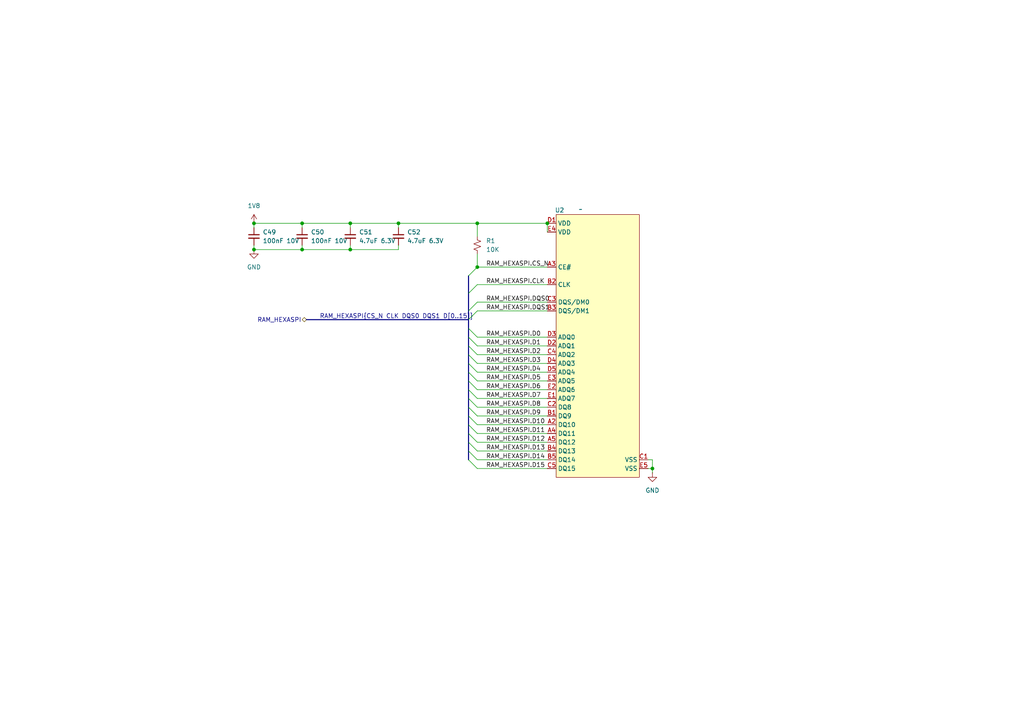
<source format=kicad_sch>
(kicad_sch (version 20250114) (generator "eeschema") (generator_version "9.0")
  (paper "A4")
  (lib_symbols
    (symbol "Device:C_Small" (pin_numbers (hide yes)) (pin_names (offset 0.254) (hide yes))
      (property "Reference" "C" (at 0.254 1.778 0))
      (property "Value" "C_Small" (at 0.254 -2.032 0))
      (symbol "C_Small_0_1"
        (polyline (pts (xy -1.524 0.508) (xy 1.524 0.508)) (stroke (width 0.3048)))
        (polyline (pts (xy -1.524 -0.508) (xy 1.524 -0.508)) (stroke (width 0.3302)))
      )
      (symbol "C_Small_1_1"
        (pin passive line (at 0 2.54 270) (length 2.032) (name "~") (number "1"))
        (pin passive line (at 0 -2.54 90) (length 2.032) (name "~") (number "2"))
      )
    )
    (symbol "Device:R_Small_US" (pin_numbers (hide yes)) (pin_names (offset 0.254) (hide yes))
      (property "Reference" "R" (at 0.762 0.508 0))
      (property "Value" "R_Small_US" (at 0.762 -1.016 0))
      (symbol "R_Small_US_1_1"
        (polyline (pts (xy 0 1.524) (xy 1.016 1.143) (xy 0 0.762) (xy -1.016 0.381) (xy 0 0)))
        (polyline (pts (xy 0 0) (xy 1.016 -0.381) (xy 0 -0.762) (xy -1.016 -1.143) (xy 0 -1.524)))
        (pin passive line (at 0 2.54 270) (length 1.016) (name "~") (number "1"))
        (pin passive line (at 0 -2.54 90) (length 1.016) (name "~") (number "2"))
      )
    )
    (symbol "power:+1V8" (power) (pin_numbers (hide yes)) (pin_names (offset 0) (hide yes))
      (property "Value" "+1V8" (at 0 3.556 0))
      (symbol "+1V8_0_1"
        (polyline (pts (xy -0.762 1.27) (xy 0 2.54)))
        (polyline (pts (xy 0 2.54) (xy 0.762 1.27)))
        (polyline (pts (xy 0 0) (xy 0 2.54)))
      )
      (symbol "+1V8_1_1"
        (pin power_in line (at 0 0 90) (length 0) (name "~") (number "1"))
      )
    )
    (symbol "power:GND" (power) (pin_numbers (hide yes)) (pin_names (offset 0) (hide yes))
      (property "Value" "GND" (at 0 -3.81 0))
      (symbol "GND_0_1"
        (polyline (pts (xy 0 0) (xy 0 -1.27) (xy 1.27 -1.27) (xy 0 -2.54) (xy -1.27 -1.27) (xy 0 -1.27)))
      )
      (symbol "GND_1_1"
        (pin power_in line (at 0 0 270) (length 0) (name "~") (number "1"))
      )
    )
    (symbol "symbol-library:APS256XXN-OBR-BG"
      (property "Reference" "U" (at 0.508 8.636 0))
      (symbol "APS256XXN-OBR-BG_0_1"
        (rectangle (start 0 7.62) (end 24.13 -68.58) (fill (type background)))
      )
      (symbol "APS256XXN-OBR-BG_1_1"
        (pin power_in line (at -2.54 5.08 0) (length 2.54) (name "VDD") (number "D1"))
        (pin power_in line (at -2.54 2.54 0) (length 2.54) (name "VDD") (number "E4"))
        (pin input line (at -2.54 -7.62 0) (length 2.54) (name "CE#") (number "A3"))
        (pin input line (at -2.54 -12.7 0) (length 2.54) (name "CLK") (number "B2"))
        (pin bidirectional line (at -2.54 -17.78 0) (length 2.54) (name "DQS/DM0") (number "C3"))
        (pin bidirectional line (at -2.54 -20.32 0) (length 2.54) (name "DQS/DM1") (number "B3"))
        (pin bidirectional line (at -2.54 -27.94 0) (length 2.54) (name "ADQ0") (number "D3"))
        (pin bidirectional line (at -2.54 -30.48 0) (length 2.54) (name "ADQ1") (number "D2"))
        (pin bidirectional line (at -2.54 -33.02 0) (length 2.54) (name "ADQ2") (number "C4"))
        (pin bidirectional line (at -2.54 -35.56 0) (length 2.54) (name "ADQ3") (number "D4"))
        (pin bidirectional line (at -2.54 -38.1 0) (length 2.54) (name "ADQ4") (number "D5"))
        (pin bidirectional line (at -2.54 -40.64 0) (length 2.54) (name "ADQ5") (number "E3"))
        (pin bidirectional line (at -2.54 -43.18 0) (length 2.54) (name "ADQ6") (number "E2"))
        (pin bidirectional line (at -2.54 -45.72 0) (length 2.54) (name "ADQ7") (number "E1"))
        (pin bidirectional line (at -2.54 -48.26 0) (length 2.54) (name "DQ8") (number "C2"))
        (pin bidirectional line (at -2.54 -50.8 0) (length 2.54) (name "DQ9") (number "B1"))
        (pin bidirectional line (at -2.54 -53.34 0) (length 2.54) (name "DQ10") (number "A2"))
        (pin bidirectional line (at -2.54 -55.88 0) (length 2.54) (name "DQ11") (number "A4"))
        (pin bidirectional line (at -2.54 -58.42 0) (length 2.54) (name "DQ12") (number "A5"))
        (pin bidirectional line (at -2.54 -60.96 0) (length 2.54) (name "DQ13") (number "B4"))
        (pin bidirectional line (at -2.54 -63.5 0) (length 2.54) (name "DQ14") (number "B5"))
        (pin bidirectional line (at -2.54 -66.04 0) (length 2.54) (name "DQ15") (number "C5"))
        (pin power_in line (at 26.67 -63.5 180) (length 2.54) (name "VSS") (number "C1"))
        (pin power_in line (at 26.67 -66.04 180) (length 2.54) (name "VSS") (number "E5"))
      )
    )
  )
  (junction (at 87.63 64.77))
  (junction (at 101.6 72.39))
  (junction (at 158.75 64.77))
  (junction (at 138.43 77.47))
  (junction (at 87.63 72.39))
  (junction (at 189.23 135.89))
  (junction (at 101.6 64.77))
  (junction (at 73.66 72.39))
  (junction (at 115.57 64.77))
  (junction (at 138.43 64.77))
  (junction (at 73.66 64.77))
  (bus_entry (at 135.89 118.11) (size 2.54 2.54))
  (bus_entry (at 135.89 110.49) (size 2.54 2.54))
  (bus_entry (at 135.89 120.65) (size 2.54 2.54))
  (bus_entry (at 135.89 97.79) (size 2.54 2.54))
  (bus_entry (at 135.89 102.87) (size 2.54 2.54))
  (bus_entry (at 135.89 100.33) (size 2.54 2.54))
  (bus_entry (at 135.89 133.35) (size 2.54 2.54))
  (bus_entry (at 135.89 105.41) (size 2.54 2.54))
  (bus_entry (at 135.89 95.25) (size 2.54 2.54))
  (bus_entry (at 135.89 92.71) (size 2.54 -2.54))
  (bus_entry (at 135.89 107.95) (size 2.54 2.54))
  (bus_entry (at 135.89 125.73) (size 2.54 2.54))
  (bus_entry (at 135.89 85.09) (size 2.54 -2.54))
  (bus_entry (at 135.89 128.27) (size 2.54 2.54))
  (bus_entry (at 135.89 115.57) (size 2.54 2.54))
  (bus_entry (at 135.89 123.19) (size 2.54 2.54))
  (bus_entry (at 135.89 80.01) (size 2.54 -2.54))
  (bus_entry (at 135.89 130.81) (size 2.54 2.54))
  (bus_entry (at 135.89 113.03) (size 2.54 2.54))
  (bus_entry (at 135.89 90.17) (size 2.54 -2.54))
  (bus (pts (xy 88.9 92.71) (xy 135.89 92.71)))
  (bus (pts (xy 135.89 128.27) (xy 135.89 130.81)))
  (bus (pts (xy 135.89 90.17) (xy 135.89 92.71)))
  (wire (pts (xy 189.23 135.89) (xy 189.23 137.16)))
  (bus (pts (xy 135.89 102.87) (xy 135.89 105.41)))
  (wire (pts (xy 138.43 118.11) (xy 158.75 118.11)))
  (wire (pts (xy 138.43 125.73) (xy 158.75 125.73)))
  (wire (pts (xy 73.66 64.77) (xy 87.63 64.77)))
  (wire (pts (xy 138.43 87.63) (xy 158.75 87.63)))
  (wire (pts (xy 138.43 110.49) (xy 158.75 110.49)))
  (wire (pts (xy 138.43 128.27) (xy 158.75 128.27)))
  (wire (pts (xy 189.23 133.35) (xy 189.23 135.89)))
  (wire (pts (xy 73.66 72.39) (xy 87.63 72.39)))
  (bus (pts (xy 135.89 125.73) (xy 135.89 128.27)))
  (wire (pts (xy 158.75 64.77) (xy 158.75 67.31)))
  (bus (pts (xy 135.89 107.95) (xy 135.89 110.49)))
  (wire (pts (xy 138.43 107.95) (xy 158.75 107.95)))
  (wire (pts (xy 138.43 97.79) (xy 158.75 97.79)))
  (wire (pts (xy 138.43 113.03) (xy 158.75 113.03)))
  (bus (pts (xy 135.89 92.71) (xy 135.89 95.25)))
  (wire (pts (xy 73.66 71.12) (xy 73.66 72.39)))
  (wire (pts (xy 87.63 64.77) (xy 87.63 66.04)))
  (bus (pts (xy 135.89 100.33) (xy 135.89 102.87)))
  (bus (pts (xy 135.89 113.03) (xy 135.89 115.57)))
  (wire (pts (xy 87.63 64.77) (xy 101.6 64.77)))
  (wire (pts (xy 138.43 82.55) (xy 158.75 82.55)))
  (wire (pts (xy 115.57 64.77) (xy 138.43 64.77)))
  (wire (pts (xy 115.57 72.39) (xy 115.57 71.12)))
  (bus (pts (xy 135.89 118.11) (xy 135.89 120.65)))
  (wire (pts (xy 187.96 133.35) (xy 189.23 133.35)))
  (bus (pts (xy 135.89 130.81) (xy 135.89 133.35)))
  (wire (pts (xy 115.57 64.77) (xy 115.57 66.04)))
  (wire (pts (xy 138.43 64.77) (xy 158.75 64.77)))
  (wire (pts (xy 138.43 64.77) (xy 138.43 68.58)))
  (wire (pts (xy 138.43 115.57) (xy 158.75 115.57)))
  (wire (pts (xy 138.43 105.41) (xy 158.75 105.41)))
  (wire (pts (xy 138.43 77.47) (xy 158.75 77.47)))
  (wire (pts (xy 73.66 64.77) (xy 73.66 66.04)))
  (wire (pts (xy 138.43 120.65) (xy 158.75 120.65)))
  (wire (pts (xy 138.43 73.66) (xy 138.43 77.47)))
  (wire (pts (xy 187.96 135.89) (xy 189.23 135.89)))
  (bus (pts (xy 135.89 110.49) (xy 135.89 113.03)))
  (wire (pts (xy 101.6 72.39) (xy 115.57 72.39)))
  (wire (pts (xy 138.43 100.33) (xy 158.75 100.33)))
  (wire (pts (xy 138.43 130.81) (xy 158.75 130.81)))
  (wire (pts (xy 138.43 133.35) (xy 158.75 133.35)))
  (wire (pts (xy 87.63 71.12) (xy 87.63 72.39)))
  (bus (pts (xy 135.89 85.09) (xy 135.89 90.17)))
  (wire (pts (xy 101.6 71.12) (xy 101.6 72.39)))
  (wire (pts (xy 101.6 64.77) (xy 115.57 64.77)))
  (wire (pts (xy 138.43 102.87) (xy 158.75 102.87)))
  (wire (pts (xy 101.6 64.77) (xy 101.6 66.04)))
  (bus (pts (xy 135.89 95.25) (xy 135.89 97.79)))
  (wire (pts (xy 138.43 90.17) (xy 158.75 90.17)))
  (bus (pts (xy 135.89 115.57) (xy 135.89 118.11)))
  (bus (pts (xy 135.89 80.01) (xy 135.89 85.09)))
  (bus (pts (xy 135.89 97.79) (xy 135.89 100.33)))
  (bus (pts (xy 135.89 123.19) (xy 135.89 125.73)))
  (wire (pts (xy 87.63 72.39) (xy 101.6 72.39)))
  (wire (pts (xy 138.43 135.89) (xy 158.75 135.89)))
  (bus (pts (xy 135.89 105.41) (xy 135.89 107.95)))
  (wire (pts (xy 138.43 123.19) (xy 158.75 123.19)))
  (bus (pts (xy 135.89 120.65) (xy 135.89 123.19)))
  (label "RAM_HEXASPI.D6" (at 140.97 113.03 0))
  (label "RAM_HEXASPI.D5" (at 140.97 110.49 0))
  (label "RAM_HEXASPI.DQS1" (at 140.97 90.17 0))
  (label "RAM_HEXASPI.D0" (at 140.97 97.79 0))
  (label "RAM_HEXASPI.D13" (at 140.97 130.81 0))
  (label "RAM_HEXASPI.D12" (at 140.97 128.27 0))
  (label "RAM_HEXASPI.D9" (at 140.97 120.65 0))
  (label "RAM_HEXASPI.D15" (at 140.97 135.89 0))
  (label "RAM_HEXASPI.D2" (at 140.97 102.87 0))
  (label "RAM_HEXASPI.D10" (at 140.97 123.19 0))
  (label "RAM_HEXASPI.DQS0" (at 140.97 87.63 0))
  (label "RAM_HEXASPI{CS_N CLK DQS0 DQS1 D[0..15]}" (at 92.71 92.71 0))
  (label "RAM_HEXASPI.D4" (at 140.97 107.95 0))
  (label "RAM_HEXASPI.D1" (at 140.97 100.33 0))
  (label "RAM_HEXASPI.D7" (at 140.97 115.57 0))
  (label "RAM_HEXASPI.D14" (at 140.97 133.35 0))
  (label "RAM_HEXASPI.D8" (at 140.97 118.11 0))
  (label "RAM_HEXASPI.D11" (at 140.97 125.73 0))
  (label "RAM_HEXASPI.CLK" (at 140.97 82.55 0))
  (label "RAM_HEXASPI.D3" (at 140.97 105.41 0))
  (label "RAM_HEXASPI.CS_N" (at 140.97 77.47 0))
  (hierarchical_label "RAM_HEXASPI" (shape bidirectional) (at 88.9 92.71 180))
  (symbol (lib_id "Device:C_Small") (at 101.6 68.58 0) (unit 1)
    (property "Reference" "C51" (at 104.14 67.3162 0) (effects (justify left)))
    (property "Value" "4.7uF 6.3V" (at 104.14 69.8562 0) (effects (justify left)))
    (property "Description" "Unpolarized capacitor, small symbol" (effects (hide yes)))
  )
  (symbol (lib_id "Device:R_Small_US") (at 138.43 71.12 0) (unit 1)
    (property "Reference" "R1" (at 140.97 69.8499 0) (effects (justify left)))
    (property "Value" "10K" (at 140.97 72.3899 0) (effects (justify left)))
    (property "Description" "Resistor, small US symbol" (effects (hide yes)))
  )
  (symbol (lib_id "power:+1V8") (at 73.66 64.77 0) (unit 1)
    (property "Reference" "#PWR075" (effects (hide yes)))
    (property "Value" "1V8" (at 73.66 59.69 0))
    (property "Description" "Power symbol creates a global label with name \"+1V8\"" (effects (hide yes)))
  )
  (symbol (lib_id "Device:C_Small") (at 87.63 68.58 0) (unit 1)
    (property "Reference" "C50" (at 90.17 67.3162 0) (effects (justify left)))
    (property "Value" "100nF 10V" (at 90.17 69.8562 0) (effects (justify left)))
    (property "Description" "Unpolarized capacitor, small symbol" (effects (hide yes)))
  )
  (symbol (lib_id "symbol-library:APS256XXN-OBR-BG") (at 161.29 69.85 0) (unit 1)
    (property "Reference" "U2" (at 162.306 60.96 0))
    (property "Value" "~" (at 168.402 60.706 0))
  )
  (symbol (lib_id "power:GND") (at 73.66 72.39 0) (unit 1)
    (property "Reference" "#PWR076" (effects (hide yes)))
    (property "Value" "GND" (at 73.66 77.47 0))
    (property "Description" "Power symbol creates a global label with name \"GND\" , ground" (effects (hide yes)))
  )
  (symbol (lib_id "Device:C_Small") (at 73.66 68.58 0) (unit 1)
    (property "Reference" "C49" (at 76.2 67.3162 0) (effects (justify left)))
    (property "Value" "100nF 10V" (at 76.2 69.8562 0) (effects (justify left)))
    (property "Description" "Unpolarized capacitor, small symbol" (effects (hide yes)))
  )
  (symbol (lib_id "Device:C_Small") (at 115.57 68.58 0) (unit 1)
    (property "Reference" "C52" (at 118.11 67.3162 0) (effects (justify left)))
    (property "Value" "4.7uF 6.3V" (at 118.11 69.8562 0) (effects (justify left)))
    (property "Description" "Unpolarized capacitor, small symbol" (effects (hide yes)))
  )
  (symbol (lib_id "power:GND") (at 189.23 137.16 0) (unit 1)
    (property "Reference" "#PWR074" (effects (hide yes)))
    (property "Value" "GND" (at 189.23 142.24 0))
    (property "Description" "Power symbol creates a global label with name \"GND\" , ground" (effects (hide yes)))
  )
)
</source>
